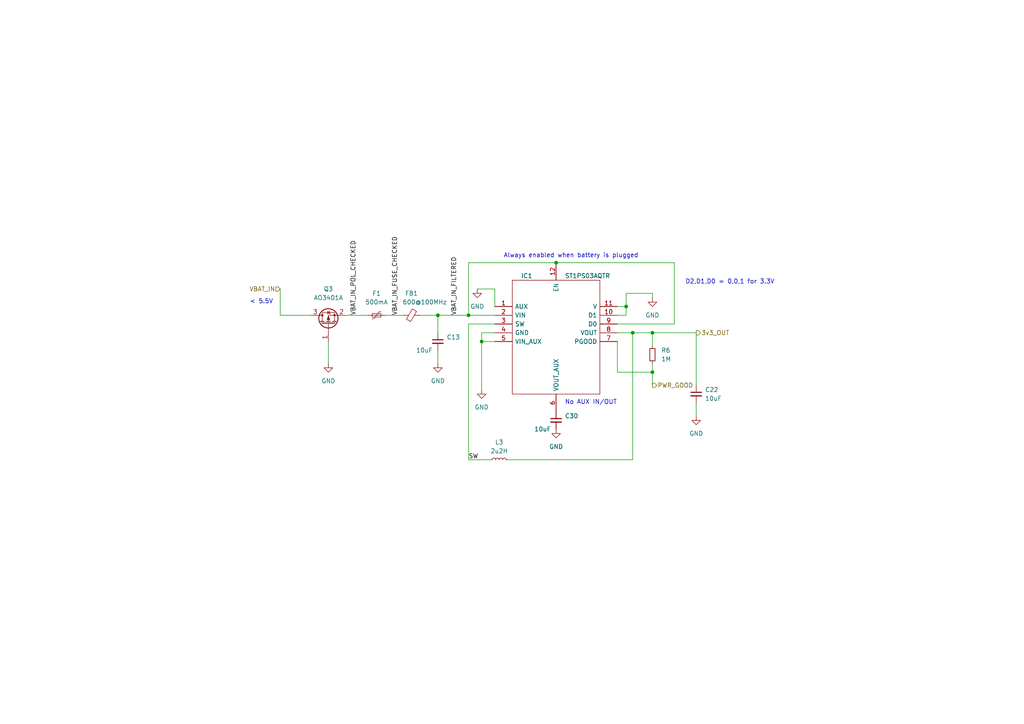
<source format=kicad_sch>
(kicad_sch (version 20211123) (generator eeschema)
  (paper "A4")
  (title_block (title "E-Paper Photo Frame") (date "2023-01-14") (rev "1.0"))
  (lib_symbols
    (symbol "Device:C_Small" (pin_numbers hide) (pin_names (offset 0.254) hide)
      (property "Reference" "C" (at 0.254 1.778 0))
      (property "Value" "C_Small" (at 0.254 -2.032 0))
      (symbol "C_Small_0_1"
        (polyline (pts (xy -1.524 -0.508) (xy 1.524 -0.508)) (stroke (width 0.3302)))
        (polyline (pts (xy -1.524 0.508) (xy 1.524 0.508)) (stroke (width 0.3048)))
      )
      (symbol "C_Small_1_1"
        (pin passive line (at 0 2.54 270) (length 2.032) (name "~") (number "1"))
        (pin passive line (at 0 -2.54 90) (length 2.032) (name "~") (number "2"))
      )
    )
    (symbol "Device:FerriteBead_Small" (pin_numbers hide) (pin_names (offset 0))
      (property "Reference" "FB" (at 1.905 1.27 0))
      (property "Value" "FerriteBead_Small" (at 1.905 -1.27 0))
      (symbol "FerriteBead_Small_0_1"
        (polyline (pts (xy 0 -1.27) (xy 0 -0.7874)))
        (polyline (pts (xy 0 0.889) (xy 0 1.2954)))
        (polyline (pts (xy -1.8288 0.2794) (xy -1.1176 1.4986) (xy 1.8288 -0.2032) (xy 1.1176 -1.4224) (xy -1.8288 0.2794)))
      )
      (symbol "FerriteBead_Small_1_1"
        (pin passive line (at 0 2.54 270) (length 1.27) (name "~") (number "1"))
        (pin passive line (at 0 -2.54 90) (length 1.27) (name "~") (number "2"))
      )
    )
    (symbol "Device:L_Small" (pin_numbers hide) (pin_names (offset 0.254) hide)
      (property "Reference" "L" (at 0.762 1.016 0))
      (property "Value" "L_Small" (at 0.762 -1.016 0))
      (symbol "L_Small_0_1"
        (arc (start 0 -2.032) (mid 0.508 -1.524) (end 0 -1.016))
        (arc (start 0 -1.016) (mid 0.508 -0.508) (end 0 0))
        (arc (start 0 0) (mid 0.508 0.508) (end 0 1.016))
        (arc (start 0 1.016) (mid 0.508 1.524) (end 0 2.032))
      )
      (symbol "L_Small_1_1"
        (pin passive line (at 0 2.54 270) (length 0.508) (name "~") (number "1"))
        (pin passive line (at 0 -2.54 90) (length 0.508) (name "~") (number "2"))
      )
    )
    (symbol "Device:Polyfuse_Small" (pin_numbers hide) (pin_names (offset 0))
      (property "Reference" "F" (at -1.905 0 90))
      (property "Value" "Polyfuse_Small" (at 1.905 0 90))
      (symbol "Polyfuse_Small_0_1"
        (rectangle (start -0.508 1.27) (end 0.508 -1.27))
        (polyline (pts (xy 0 2.54) (xy 0 -2.54)))
        (polyline (pts (xy -1.016 1.27) (xy -1.016 0.762) (xy 1.016 -0.762) (xy 1.016 -1.27)))
      )
      (symbol "Polyfuse_Small_1_1"
        (pin passive line (at 0 2.54 270) (length 0.635) (name "~") (number "1"))
        (pin passive line (at 0 -2.54 90) (length 0.635) (name "~") (number "2"))
      )
    )
    (symbol "Device:R_Small" (pin_numbers hide) (pin_names (offset 0.254) hide)
      (property "Reference" "R" (at 0.762 0.508 0))
      (property "Value" "R_Small" (at 0.762 -1.016 0))
      (symbol "R_Small_0_1"
        (rectangle (start -0.762 1.778) (end 0.762 -1.778) (stroke (width 0.2032)))
      )
      (symbol "R_Small_1_1"
        (pin passive line (at 0 2.54 270) (length 0.762) (name "~") (number "1"))
        (pin passive line (at 0 -2.54 90) (length 0.762) (name "~") (number "2"))
      )
    )
    (symbol "SamacSys_Parts:ST1PS03AQTR" (pin_names (offset 0.762))
      (property "Reference" "IC" (at 31.75 12.7 0))
      (property "Value" "ST1PS03AQTR" (at 31.75 10.16 0))
      (symbol "ST1PS03AQTR_0_0"
        (pin passive line (at 0 0 0) (length 5.08) (name "AUX") (number "1"))
        (pin passive line (at 35.56 -2.54 180) (length 5.08) (name "D1") (number "10"))
        (pin passive line (at 35.56 0 180) (length 5.08) (name "V") (number "11"))
        (pin passive line (at 17.78 12.7 270) (length 5.08) (name "EN") (number "12"))
        (pin passive line (at 0 -2.54 0) (length 5.08) (name "VIN") (number "2"))
        (pin passive line (at 0 -5.08 0) (length 5.08) (name "SW") (number "3"))
        (pin passive line (at 0 -7.62 0) (length 5.08) (name "GND") (number "4"))
        (pin passive line (at 0 -10.16 0) (length 5.08) (name "VIN_AUX") (number "5"))
        (pin passive line (at 17.78 -30.48 90) (length 5.08) (name "VOUT_AUX") (number "6"))
        (pin passive line (at 35.56 -10.16 180) (length 5.08) (name "PGOOD") (number "7"))
        (pin passive line (at 35.56 -7.62 180) (length 5.08) (name "VOUT") (number "8"))
        (pin passive line (at 35.56 -5.08 180) (length 5.08) (name "D0") (number "9"))
      )
      (symbol "ST1PS03AQTR_0_1"
        (polyline (pts (xy 5.08 7.62) (xy 30.48 7.62) (xy 30.48 -25.4) (xy 5.08 -25.4) (xy 5.08 7.62)) (stroke (width 0.1524)))
      )
    )
    (symbol "Transistor_FET:AO3401A" (pin_names hide)
      (property "Reference" "Q" (at 5.08 1.905 0))
      (property "Value" "AO3401A" (at 5.08 0 0))
      (symbol "AO3401A_0_1"
        (polyline (pts (xy 0.254 0) (xy -2.54 0)))
        (polyline (pts (xy 0.254 1.905) (xy 0.254 -1.905)) (stroke (width 0.254)))
        (polyline (pts (xy 0.762 -1.27) (xy 0.762 -2.286)) (stroke (width 0.254)))
        (polyline (pts (xy 0.762 0.508) (xy 0.762 -0.508)) (stroke (width 0.254)))
        (polyline (pts (xy 0.762 2.286) (xy 0.762 1.27)) (stroke (width 0.254)))
        (polyline (pts (xy 2.54 2.54) (xy 2.54 1.778)))
        (polyline (pts (xy 2.54 -2.54) (xy 2.54 0) (xy 0.762 0)))
        (polyline (pts (xy 0.762 1.778) (xy 3.302 1.778) (xy 3.302 -1.778) (xy 0.762 -1.778)))
        (polyline (pts (xy 2.286 0) (xy 1.27 0.381) (xy 1.27 -0.381) (xy 2.286 0)) (fill (type outline)))
        (polyline (pts (xy 2.794 -0.508) (xy 2.921 -0.381) (xy 3.683 -0.381) (xy 3.81 -0.254)))
        (polyline (pts (xy 3.302 -0.381) (xy 2.921 0.254) (xy 3.683 0.254) (xy 3.302 -0.381)))
        (circle (center 1.651 0) (radius 2.794) (stroke (width 0.254)))
        (circle (center 2.54 -1.778) (radius 0.254) (fill (type outline)))
        (circle (center 2.54 1.778) (radius 0.254) (fill (type outline)))
      )
      (symbol "AO3401A_1_1"
        (pin input line (at -5.08 0 0) (length 2.54) (name "G") (number "1"))
        (pin passive line (at 2.54 -5.08 90) (length 2.54) (name "S") (number "2"))
        (pin passive line (at 2.54 5.08 270) (length 2.54) (name "D") (number "3"))
      )
    )
    (symbol "power:GND" (power) (pin_names (offset 0))
      (property "Value" "GND" (at 0 -3.81 0))
      (symbol "GND_0_1"
        (polyline (pts (xy 0 0) (xy 0 -1.27) (xy 1.27 -1.27) (xy 0 -2.54) (xy -1.27 -1.27) (xy 0 -1.27)))
      )
      (symbol "GND_1_1"
        (pin power_in line (at 0 0 270) (length 0) hide (name "GND") (number "1"))
      )
    )
  )
  (junction (at 189.23 107.95))
  (junction (at 183.515 96.52))
  (junction (at 139.7 99.06))
  (junction (at 127 91.44))
  (junction (at 181.61 88.9))
  (junction (at 135.89 91.44))
  (junction (at 189.23 96.52))
  (junction (at 161.29 76.2))
  (wire (pts (xy 81.28 83.82) (xy 81.28 91.44)))
  (wire (pts (xy 201.93 96.52) (xy 201.93 111.76)))
  (wire (pts (xy 127 91.44) (xy 135.89 91.44)))
  (wire (pts (xy 139.7 96.52) (xy 139.7 99.06)))
  (wire (pts (xy 179.07 96.52) (xy 183.515 96.52)))
  (wire (pts (xy 189.23 107.95) (xy 189.23 111.76)))
  (wire (pts (xy 139.7 99.06) (xy 143.51 99.06)))
  (wire (pts (xy 135.89 93.98) (xy 135.89 133.35)))
  (wire (pts (xy 195.58 76.2) (xy 161.29 76.2)))
  (wire (pts (xy 201.93 116.84) (xy 201.93 120.65)))
  (wire (pts (xy 143.51 83.82) (xy 138.43 83.82)))
  (wire (pts (xy 127 91.44) (xy 127 96.52)))
  (wire (pts (xy 181.61 91.44) (xy 181.61 88.9)))
  (wire (pts (xy 143.51 93.98) (xy 135.89 93.98)))
  (wire (pts (xy 127 101.6) (xy 127 105.41)))
  (wire (pts (xy 179.07 88.9) (xy 181.61 88.9)))
  (wire (pts (xy 147.32 133.35) (xy 183.515 133.35)))
  (wire (pts (xy 189.23 85.09) (xy 189.23 86.36)))
  (wire (pts (xy 161.29 76.2) (xy 135.89 76.2)))
  (wire (pts (xy 100.33 91.44) (xy 106.68 91.44)))
  (wire (pts (xy 183.515 96.52) (xy 189.23 96.52)))
  (wire (pts (xy 143.51 91.44) (xy 135.89 91.44)))
  (wire (pts (xy 143.51 88.9) (xy 143.51 83.82)))
  (wire (pts (xy 95.25 99.06) (xy 95.25 105.41)))
  (wire (pts (xy 189.23 107.95) (xy 189.23 105.41)))
  (wire (pts (xy 179.07 107.95) (xy 189.23 107.95)))
  (wire (pts (xy 179.07 99.06) (xy 179.07 107.95)))
  (wire (pts (xy 143.51 96.52) (xy 139.7 96.52)))
  (wire (pts (xy 111.76 91.44) (xy 116.84 91.44)))
  (wire (pts (xy 139.7 99.06) (xy 139.7 113.03)))
  (wire (pts (xy 135.89 76.2) (xy 135.89 91.44)))
  (wire (pts (xy 121.92 91.44) (xy 127 91.44)))
  (wire (pts (xy 181.61 88.9) (xy 181.61 85.09)))
  (wire (pts (xy 81.28 91.44) (xy 90.17 91.44)))
  (wire (pts (xy 135.89 133.35) (xy 142.24 133.35)))
  (wire (pts (xy 179.07 93.98) (xy 195.58 93.98)))
  (wire (pts (xy 195.58 93.98) (xy 195.58 76.2)))
  (wire (pts (xy 189.23 96.52) (xy 189.23 100.33)))
  (wire (pts (xy 189.23 96.52) (xy 201.93 96.52)))
  (wire (pts (xy 181.61 85.09) (xy 189.23 85.09)))
  (wire (pts (xy 179.07 91.44) (xy 181.61 91.44)))
  (wire (pts (xy 183.515 133.35) (xy 183.515 96.52)))
  (text "D2,D1,D0 = 0,0,1 for 3.3V" (at 198.755 82.55 0) (effects (font (size 1.27 1.27)) (justify left bottom)))
  (text "No AUX IN/OUT" (at 163.83 117.475 0) (effects (font (size 1.27 1.27)) (justify left bottom)))
  (text "< 5.5V" (at 72.39 88.265 0) (effects (font (size 1.27 1.27)) (justify left bottom)))
  (text "Always enabled when battery is plugged" (at 146.05 74.93 0) (effects (font (size 1.27 1.27)) (justify left bottom)))
  (label "SW" (at 135.89 133.35 0))
  (label "VBAT_IN_FILTERED" (at 132.715 91.44 90))
  (label "VBAT_IN_FUSE_CHECKED" (at 115.57 91.44 90))
  (label "VBAT_IN_POL_CHECKED" (at 103.505 91.44 90))
  (hierarchical_label "VBAT_IN" (shape input) (at 81.28 83.82 180))
  (hierarchical_label "PWR_GOOD" (shape output) (at 189.23 111.76 0))
  (hierarchical_label "3v3_OUT" (shape output) (at 201.93 96.52 0))
  (symbol (lib_id "Device:L_Small") (at 144.78 133.35 90) (unit 1)
    (property "Reference" "L3" (at 144.78 128.27 90))
    (property "Value" "2u2H" (at 144.78 130.81 90))
    (property "Footprint" "Inductor_SMD:L_0805_2012Metric" (effects hide))
  )
  (symbol (lib_id "power:GND") (at 127 105.41 0) (unit 1)
    (property "Reference" "#PWR0126" (effects hide))
    (property "Value" "GND" (at 127 110.49 0))
  )
  (symbol (lib_id "power:GND") (at 161.29 124.46 0) (unit 1)
    (property "Reference" "#PWR0123" (effects hide))
    (property "Value" "GND" (at 161.29 129.54 0))
  )
  (symbol (lib_id "power:GND") (at 139.7 113.03 0) (unit 1)
    (property "Reference" "#PWR0128" (effects hide))
    (property "Value" "GND" (at 139.7 118.11 0))
  )
  (symbol (lib_id "Device:R_Small") (at 189.23 102.87 0) (unit 1)
    (property "Reference" "R6" (at 191.77 101.5999 0) (effects (justify left)))
    (property "Value" "1M" (at 191.77 104.1399 0) (effects (justify left)))
    (property "Footprint" "Resistor_SMD:R_0805_2012Metric" (effects hide))
  )
  (symbol (lib_id "power:GND") (at 201.93 120.65 0) (unit 1)
    (property "Reference" "#PWR0122" (effects hide))
    (property "Value" "GND" (at 201.93 125.73 0))
  )
  (symbol (lib_id "Device:C_Small") (at 127 99.06 0) (unit 1)
    (property "Reference" "C13" (at 129.54 97.7962 0) (effects (justify left)))
    (property "Value" "10uF" (at 120.65 101.6 0) (effects (justify left)))
    (property "Footprint" "Capacitor_SMD:C_0805_2012Metric" (effects hide))
  )
  (symbol (lib_id "power:GND") (at 138.43 83.82 0) (unit 1)
    (property "Reference" "#PWR0125" (effects hide))
    (property "Value" "GND" (at 138.43 88.9 0))
  )
  (symbol (lib_id "Device:FerriteBead_Small") (at 119.38 91.44 90) (unit 1)
    (property "Reference" "FB1" (at 119.3419 85.09 90))
    (property "Value" "600@100MHz" (at 123.19 87.63 90))
    (property "Footprint" "Inductor_SMD:L_0805_2012Metric" (effects hide))
  )
  (symbol (lib_id "Device:Polyfuse_Small") (at 109.22 91.44 90) (unit 1)
    (property "Reference" "F1" (at 109.22 85.09 90))
    (property "Value" "500mA" (at 109.22 87.63 90))
    (property "Footprint" "Fuse:Fuse_1206_3216Metric" (effects hide))
  )
  (symbol (lib_id "SamacSys_Parts:ST1PS03AQTR") (at 143.51 88.9 0) (unit 1)
    (property "Reference" "IC1" (at 151.13 80.01 0) (effects (justify left)))
    (property "Value" "ST1PS03AQTR" (at 163.83 80.01 0) (effects (justify left)))
    (property "Footprint" "SamacSys_Parts:QFN40P170X200X55-12N-D" (effects hide))
    (property "Datasheet" "https://www.st.com/resource/en/datasheet/st1ps03.pdf" (effects hide))
    (property "Description" "400 mA nano-quiescent synchronous step-down converter with digital voltage selection, Power Good and independent Load Switch" (effects hide))
    (property "Height" "0.55" (effects hide))
    (property "Manufacturer_Name" "STMicroelectronics" (effects hide))
    (property "Manufacturer_Part_Number" "ST1PS03AQTR" (effects hide))
    (property "Mouser Part Number" "511-ST1PS03AQTR" (effects hide))
    (property "Mouser Price/Stock" "https://www.mouser.co.uk/ProductDetail/STMicroelectronics/ST1PS03AQTR?qs=XAiT9M5g4x94qN2Vct74ow%3D%3D" (effects hide))
  )
  (symbol (lib_id "Transistor_FET:AO3401A") (at 95.25 93.98 90) (unit 1)
    (property "Reference" "Q3" (at 95.25 83.82 90))
    (property "Value" "AO3401A" (at 95.25 86.36 90))
    (property "Footprint" "Package_TO_SOT_SMD:SOT-23" (effects hide))
    (property "Datasheet" "http://www.aosmd.com/pdfs/datasheet/AO3401A.pdf" (effects hide))
  )
  (symbol (lib_id "power:GND") (at 189.23 86.36 0) (unit 1)
    (property "Reference" "#PWR0124" (effects hide))
    (property "Value" "GND" (at 189.23 91.44 0))
  )
  (symbol (lib_id "Device:C_Small") (at 161.29 121.92 0) (unit 1)
    (property "Reference" "C30" (at 163.83 120.6562 0) (effects (justify left)))
    (property "Value" "10uF" (at 154.94 124.46 0) (effects (justify left)))
    (property "Footprint" "Capacitor_SMD:C_0201_0603Metric" (effects hide))
  )
  (symbol (lib_id "power:GND") (at 95.25 105.41 0) (unit 1)
    (property "Reference" "#PWR0127" (effects hide))
    (property "Value" "GND" (at 95.25 110.49 0))
  )
  (symbol (lib_id "Device:C_Small") (at 201.93 114.3 0) (unit 1)
    (property "Reference" "C22" (at 204.47 113.0362 0) (effects (justify left)))
    (property "Value" "10uF" (at 204.47 115.5762 0) (effects (justify left)))
    (property "Footprint" "Capacitor_SMD:C_0805_2012Metric" (effects hide))
  )
)
</source>
